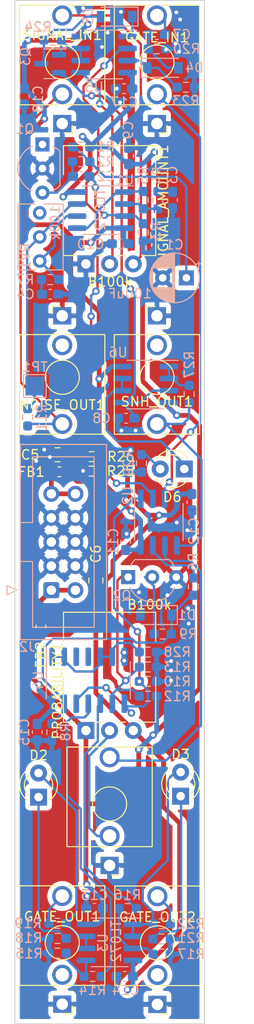
<source format=kicad_pcb>
(kicad_pcb (version 20211014) (generator pcbnew)
  (layers (0 "F.Cu" signal) (31 "B.Cu" signal) (34 "B.Paste" user) (35 "F.Paste" user) (36 "B.SilkS" user "B.Silkscreen") (37 "F.SilkS" user "F.Silkscreen") (38 "B.Mask" user) (39 "F.Mask" user) (44 "Edge.Cuts" user))
  (net 0 "")
  (net 1 "GND")
  (net 2 "Net-(C1-Pad1)")
  (net 3 "Net-(C2-Pad1)")
  (net 4 "Net-(C2-Pad2)")
  (net 5 "Net-(C3-Pad2)")
  (net 6 "Net-(C4-Pad2)")
  (net 7 "+12V")
  (net 8 "-12V")
  (net 9 "Net-(D1-Pad1)")
  (net 10 "GATE_OUT1")
  (net 11 "Net-(D2-Pad1)")
  (net 12 "Net-(D3-Pad1)")
  (net 13 "Net-(D3-Pad2)")
  (net 14 "SNH_OUTPUT")
  (net 15 "NOISE_OUTPUT")
  (net 16 "GATE_OUT2")
  (net 17 "Net-(D6-Pad1)")
  (net 18 "Net-(FB1-Pad1)")
  (net 19 "GATE_IN")
  (net 20 "Net-(D2-Pad2)")
  (net 21 "Net-(FB2-Pad1)")
  (net 22 "Net-(D4-Pad1)")
  (net 24 "Net-(Q3-Pad1)")
  (net 25 "Net-(D6-Pad2)")
  (net 26 "VREF")
  (net 27 "Net-(R6-Pad1)")
  (net 28 "Net-(D5-Pad1)")
  (net 29 "Net-(D5-Pad2)")
  (net 30 "WHITE_NOISE")
  (net 34 "Net-(R4-Pad1)")
  (net 35 "Net-(R5-Pad1)")
  (net 36 "Net-(R14-Pad2)")
  (net 37 "Net-(PROB_IN1-PadT)")
  (net 38 "Net-(Q2-Pad2)")
  (net 39 "Net-(R7-Pad1)")
  (net 40 "Net-(R10-Pad2)")
  (net 41 "Net-(R16-Pad1)")
  (net 43 "Net-(R16-Pad2)")
  (net 44 "Net-(SIGNAL_AMOUNT1-Pad2)")
  (net 45 "Net-(R27-Pad1)")
  (net 46 "Net-(R28-Pad2)")
  (net 47 "Net-(PROBABILITY1-Pad2)")
  (net 49 "Net-(SIGNAL_AMOUNT1-Pad3)")
  (net 50 "Net-(Q2-Pad1)")
  (net 51 "Net-(R14-Pad1)")
  (net 54 "Net-(C8-Pad1)")
  (net 55 "Net-(C7-Pad2)")
  (net 56 "Net-(C7-Pad1)")
  (footprint "Resistor_SMD:R_0603_1608Metric_Pad0.98x0.95mm_HandSolder" (layer "F.Cu") (at 143.1 111.725)
    (fp_text reference "R25")
    (fp_text value "33k")
  )
  (footprint "benjiaomodular:AudioJack_3.5mm" (layer "F.Cu") (at 150 95.35)
    (fp_text reference "SNH_OUT1")
    (fp_text value "PJ-3001F" hide)
  )
  (footprint "Capacitor_SMD:C_0805_2012Metric_Pad1.18x1.45mm_HandSolder" (layer "F.Cu") (at 139.5 110 180)
    (fp_text reference "C5")
    (fp_text value "47uF")
  )
  (footprint "LED_THT:LED_D3.0mm" (layer "F.Cu") (at 152.88875 111.5 180)
    (fp_text reference "D6")
    (fp_text value "LED_Dual_Bidirectional")
  )
  (footprint "benjiaomodular:AudioJack_3.5mm" (layer "F.Cu") (at 150 75.08 180)
    (fp_text reference "GATE_IN1")
    (fp_text value "PJ-3001F" hide)
  )
  (footprint "LED_THT:LED_D3.0mm" (layer "F.Cu") (at 152.5 146 90)
    (fp_text reference "D3")
    (fp_text value "LED")
  )
  (footprint "benjiaomodular:Potentiometer_RV09_NoBracket" (layer "F.Cu") (at 142.5 139.075 90)
    (fp_text reference "PROBABILITY1")
    (fp_text value "B100k")
  )
  (footprint "LED_THT:LED_D3.0mm" (layer "F.Cu") (at 137.5 146.1 90)
    (fp_text reference "D2")
    (fp_text value "LED")
  )
  (footprint "benjiaomodular:AudioJack_3.5mm" (layer "F.Cu") (at 145 153.3 180)
    (fp_text reference "PROB_IN1" hide)
    (fp_text value "PJ-3001F" hide)
  )
  (footprint "Capacitor_SMD:C_0603_1608Metric_Pad1.08x0.95mm_HandSolder" (layer "F.Cu") (at 139.7 111.8)
    (fp_text reference "FB1")
    (fp_text value "742792664")
  )
  (footprint "Capacitor_SMD:C_0805_2012Metric_Pad1.18x1.45mm_HandSolder" (layer "F.Cu") (at 143.55 123.25 -90)
    (fp_text reference "C6")
    (fp_text value "47uF")
  )
  (footprint "benjiaomodular:AudioJack_3.5mm" (layer "F.Cu") (at 150.05 167.95 180)
    (fp_text reference "GATE_OUT2")
    (fp_text value "PJ-3001F" hide)
  )
  (footprint "benjiaomodular:AudioJack_3.5mm" (layer "F.Cu") (at 140 75.08 180)
    (fp_text reference "SIGNAL_IN1")
    (fp_text value "PJ-3001F" hide)
  )
  (footprint "Resistor_SMD:R_0603_1608Metric_Pad0.98x0.95mm_HandSolder" (layer "F.Cu") (at 143.1 110.2 180)
    (fp_text reference "R26")
    (fp_text value "100k")
  )
  (footprint "benjiaomodular:AudioJack_3.5mm" (layer "F.Cu") (at 140 95.35)
    (fp_text reference "NOISE_OUT1")
    (fp_text value "PJ-3001F" hide)
  )
  (footprint "Capacitor_SMD:C_0603_1608Metric_Pad1.08x0.95mm_HandSolder" (layer "F.Cu") (at 137.75 128.1 -90)
    (fp_text reference "FB2")
    (fp_text value "742792664")
  )
  (footprint "benjiaomodular:Potentiometer_RV09_NoBracket" (layer "F.Cu") (at 142.5 89.875 90)
    (fp_text reference "SIGNAL_AMOUNT1")
    (fp_text value "B100k")
  )
  (footprint "benjiaomodular:AudioJack_3.5mm" (layer "F.Cu") (at 140 167.93 180)
    (fp_text reference "GATE_OUT1")
    (fp_text value "PJ-3001F" hide)
  )
  (footprint "Capacitor_SMD:C_0603_1608Metric_Pad1.08x0.95mm_HandSolder" (layer "B.Cu") (at 146.525 71.4)
    (fp_text reference "C17")
    (fp_text value "100nF")
  )
  (footprint "Capacitor_SMD:C_0603_1608Metric_Pad1.08x0.95mm_HandSolder" (layer "B.Cu") (at 138.725 93.075 180)
    (fp_text reference "C4")
    (fp_text value "220nF")
  )
  (footprint "Resistor_SMD:R_0603_1608Metric_Pad0.98x0.95mm_HandSolder" (layer "B.Cu") (at 150.5 159.45)
    (fp_text reference "R22")
    (fp_text value "1k")
  )
  (footprint "Capacitor_SMD:C_0603_1608Metric_Pad1.08x0.95mm_HandSolder" (layer "B.Cu") (at 142 80.65)
    (fp_text reference "C2")
    (fp_text value "10nF")
  )
  (footprint "Resistor_SMD:R_0603_1608Metric_Pad0.98x0.95mm_HandSolder" (layer "B.Cu") (at 149.05 132.375 180)
    (fp_text reference "R13")
    (fp_text value "10k")
  )
  (footprint "Package_SO:SOIC-8_3.9x4.9mm_P1.27mm" (layer "B.Cu") (at 144.05 84.2 180)
    (fp_text reference "U1")
    (fp_text value "TL072")
  )
  (footprint "Package_SO:SOIC-8_3.9x4.9mm_P1.27mm" (layer "B.Cu") (at 145 161.415 180)
    (fp_text reference "U3")
    (fp_text value "TL072")
  )
  (footprint "Resistor_SMD:R_0603_1608Metric_Pad0.98x0.95mm_HandSolder" (layer "B.Cu") (at 149.05 133.9 180)
    (fp_text reference "R10")
    (fp_text value "10k")
  )
  (footprint "Connector_IDC:IDC-Header_2x05_P2.54mm_Vertical" (layer "B.Cu") (at 138.8475 124.28)
    (fp_text reference "J2")
    (fp_text value "IDC_2x05")
  )
  (footprint "Capacitor_SMD:C_0603_1608Metric_Pad1.08x0.95mm_HandSolder" (layer "B.Cu") (at 146.7 119.175 -90)
    (fp_text reference "C11")
    (fp_text value "100nF")
  )
  (footprint "Resistor_SMD:R_0603_1608Metric_Pad0.98x0.95mm_HandSolder" (layer "B.Cu") (at 150.1 83.15 90)
    (fp_text reference "R4")
    (fp_text value "2.2k")
  )
  (footprint "Resistor_SMD:R_0603_1608Metric_Pad0.98x0.95mm_HandSolder" (layer "B.Cu") (at 139.5 162.55)
    (fp_text reference "R15")
    (fp_text value "10k")
  )
  (footprint "Package_SO:SOIC-14_3.9x8.7mm_P1.27mm" (layer "B.Cu") (at 142.75 133.775 -90)
    (fp_text reference "U4")
    (fp_text value "4081")
  )
  (footprint "Resistor_SMD:R_0603_1608Metric_Pad0.98x0.95mm_HandSolder" (layer "B.Cu") (at 153.05 71.25)
    (fp_text reference "R23")
    (fp_text value "100k")
  )
  (footprint "Capacitor_SMD:C_0603_1608Metric_Pad1.08x0.95mm_HandSolder" (layer "B.Cu") (at 146.6 165 180)
    (fp_text reference "C14")
    (fp_text value "100nF")
  )
  (footprint "Diode_SMD:D_SOD-123" (layer "B.Cu") (at 145.75 63.8 180)
    (fp_text reference "D5")
    (fp_text value "1N4148W")
  )
  (footprint "Resistor_SMD:R_0603_1608Metric_Pad0.98x0.95mm_HandSolder" (layer "B.Cu") (at 138.9 139.25 90)
    (fp_text reference "R8")
    (fp_text value "10k")
  )
  (footprint "Resistor_SMD:R_0603_1608Metric_Pad0.98x0.95mm_HandSolder" (layer "B.Cu") (at 139.5 159.4 180)
    (fp_text reference "R19")
    (fp_text value "1k")
  )
  (footprint "Diode_SMD:D_SOD-123" (layer "B.Cu") (at 149.9 126.9 180)
    (fp_text reference "D1")
    (fp_text value "1N4148W")
  )
  (footprint "Capacitor_SMD:C_0603_1608Metric_Pad1.08x0.95mm_HandSolder" (layer "B.Cu") (at 137.35 139.25 90)
    (fp_text reference "C15")
    (fp_text value "100nF")
  )
  (footprint "Package_TO_SOT_SMD:SOT-23" (layer "B.Cu") (at 138.725 68.775 180)
    (fp_text reference "Q3")
    (fp_text value "MMBFJ113")
  )
  (footprint "Capacitor_SMD:C_0603_1608Metric_Pad1.08x0.95mm_HandSolder" (layer "B.Cu") (at 151.65 83.15 90)
    (fp_text reference "C3")
    (fp_text value "220nF")
  )
  (footprint "benjiaomodular:Capacitor_Radial_D5.0mm_P2.5mm" (layer "B.Cu") (at 153.105113 91.35 180)
    (fp_text reference "C1")
    (fp_text value "100uF")
  )
  (footprint "Resistor_SMD:R_0603_1608Metric_Pad0.98x0.95mm_HandSolder" (layer "B.Cu") (at 153.4 103.6 -90)
    (fp_text reference "R27")
    (fp_text value "1k")
  )
  (footprint "Resistor_SMD:R_0603_1608Metric_Pad0.98x0.95mm_HandSolder" (layer "B.Cu") (at 142 79.1 180)
    (fp_text reference "R2")
    (fp_text value "100k")
  )
  (footprint "Package_SO:SOIC-8_3.9x4.9mm_P1.27mm" (layer "B.Cu") (at 144.425 67.8 180)
    (fp_text reference "U5")
    (fp_text value "TL072")
  )
  (footprint "Resistor_SMD:R_0603_1608Metric_Pad0.98x0.95mm_HandSolder" (layer "B.Cu") (at 143.2 165 180)
    (fp_text reference "R14")
    (fp_text value "10k")
  )
  (footprint "Resistor_SMD:R_0603_1608Metric_Pad0.98x0.95mm_HandSolder" (layer "B.Cu") (at 149.9875 67.2)
    (fp_text reference "R20")
    (fp_text value "100k")
  )
  (footprint "Resistor_SMD:R_0603_1608Metric_Pad0.98x0.95mm_HandSolder" (layer "B.Cu") (at 148.36375 110.9 90)
    (fp_text reference "R29")
    (fp_text value "1k")
  )
  (footprint "Resistor_SMD:R_0603_1608Metric_Pad0.98x0.95mm_HandSolder" (layer "B.Cu") (at 150.6 128.9)
    (fp_text reference "R9")
    (fp_text value "10k")
  )
  (footprint "Capacitor_SMD:C_0603_1608Metric_Pad1.08x0.95mm_HandSolder" (layer "B.Cu") (at 146.75 106.15 180)
    (fp_text reference "C8")
    (fp_text value "100nF")
  )
  (footprint "TestPoint:TestPoint_Pad_2.0x2.0mm" (layer "B.Cu") (at 137.1 102.75 180)
    (fp_text reference "TP1")
    (fp_text value "TP_10Vpp")
  )
  (footprint "Resistor_SMD:R_0603_1608Metric_Pad0.98x0.95mm_HandSolder" (layer "B.Cu") (at 148.55 83.15 -90)
    (fp_text reference "R5")
    (fp_text value "100k")
  )
  (footprint "Capacitor_SMD:C_0603_1608Metric_Pad1.08x0.95mm_HandSolder" (layer "B.Cu") (at 153.7 115 -90)
    (fp_text reference "C12")
    (fp_text value "100nF")
  )
  (footprint "Capacitor_SMD:C_0603_1608Metric_Pad1.08x0.95mm_HandSolder" (layer "B.Cu") (at 136 72.2 -90)
    (fp_text reference "C18")
    (fp_text value "100nF")
  )
  (footprint "Resistor_SMD:R_0603_1608Metric_Pad0.98x0.95mm_HandSolder" (layer "B.Cu") (at 142 77.55 180)
    (fp_text reference "R1")
    (fp_text value "4.7k")
  )
  (footprint "Package_SO:SOIC-8_3.9x4.9mm_P1.27mm" (layer "B.Cu") (at 148.8 102.6 180)
    (fp_text reference "U6")
    (fp_text value "TL072")
  )
  (footprint "Resistor_SMD:R_0603_1608Metric_Pad0.98x0.95mm_HandSolder" (layer "B.Cu") (at 150.5 161.05 180)
    (fp_text reference "R21")
    (fp_text value "10k")
  )
  (footprint "Package_TO_SOT_THT:TO-92_Inline_Wide" (layer "B.Cu") (at 137.91 77.28 -90)
    (fp_text reference "Q1")
    (fp_text value "BC548")
  )
  (footprint "Resistor_SMD:R_0603_1608Metric_Pad0.98x0.95mm_HandSolder" (layer "B.Cu") (at 148.55 86.55 -90)
    (fp_text reference "R3")
    (fp_text value "100k")
  )
  (footprint "Potentiometer_THT:Potentiometer_Bourns_3266Y_Vertical" (layer "B.Cu") (at 137.625 89.575 -90)
    (fp_text reference "RV1")
    (fp_text value "100k")
  )
  (footprint "Resistor_SMD:R_0603_1608Metric_Pad0.98x0.95mm_HandSolder" (layer "B.Cu") (at 138.725 91.525 180)
    (fp_text reference "R7")
    (fp_text value "2.2k")
  )
  (footprint "Resistor_SMD:R_0603_1608Metric_Pad0.98x0.95mm_HandSolder" (layer "B.Cu") (at 146.9 157.85 180)
    (fp_text reference "R16")
    (fp_text value "10k")
  )
  (footprint "Capacitor_SMD:C_0603_1608Metric_Pad1.08x0.95mm_HandSolder" (layer "B.Cu") (at 146.1 87.75 180)
    (fp_text reference "C10")
    (fp_text value "100nF")
  )
  (footprint "Package_TO_SOT_THT:TO-92_Inline_Wide" (layer "B.Cu") (at 146.96 122.9)
    (fp_text reference "Q2")
    (fp_text value "BC549")
  )
  (footprint "Capacitor_SMD:C_0603_1608Metric_Pad1.08x0.95mm_HandSolder" (layer "B.Cu") (at 147 78.5 -90)
    (fp_text reference "C9")
    (fp_text value "100nF")
  )
  (footprint "Resistor_SMD:R_0603_1608Metric_Pad0.98x0.95mm_HandSolder" (layer "B.Cu") (at 150.5 162.65 180)
    (fp_text reference "R17")
    (fp_text value "10k")
  )
  (footprint "Resistor_SMD:R_0603_1608Metric_Pad0.98x0.95mm_HandSolder" (layer "B.Cu") (at 138.975 66.275 180)
    (fp_text reference "R24")
    (fp_text value "1M")
  )
  (footprint "Resistor_SMD:R_0603_1608Metric_Pad0.98x0.95mm_HandSolder" (layer "B.Cu") (at 149.05 130.8 180)
    (fp_text reference "R28")
    (fp_text value "10k")
  )
  (footprint "Resistor_SMD:R_0603_1608Metric_Pad0.98x0.95mm_HandSolder" (layer "B.Cu") (at 136.35 106.05 -90)
    (fp_text reference "R11")
    (fp_text value "1k")
  )
  (footprint "Resistor_SMD:R_0603_1608Metric_Pad0.98x0.95mm_HandSolder" (layer "B.Cu") (at 153.85 123.9 -90)
    (fp_text reference "R6")
    (fp_text value "1k")
  )
  (footprint "Diode_SMD:D_SOD-123" (layer "B.Cu") (at 150.625 69.2)
    (fp_text reference "D4")
    (fp_text value "1N4148W")
  )
  (footprint "Capacitor_SMD:C_0603_1608Metric_Pad1.08x0.95mm_HandSolder" (layer "B.Cu") (at 149.9875 65.7 180)
    (fp_text reference "C7")
    (fp_text value "10nF")
  )
  (footprint "Package_SO:SOIC-8_3.9x4.9mm_P1.27mm" (layer "B.Cu") (at 150.2 117.1 -90)
    (fp_text reference "U2")
    (fp_text value "TL072")
  )
  (footprint "Resistor_SMD:R_0603_1608Metric_Pad0.98x0.95mm_HandSolder" (layer "B.Cu") (at 139.5 161)
    (fp_text reference "R18")
    (fp_text value "10k")
  )
  (footprint "Resistor_SMD:R_0603_1608Metric_Pad0.98x0.95mm_HandSolder" (layer "B.Cu") (at 149.05 135.45)
    (fp_text reference "R12")
    (fp_text value "1k")
  )
  (footprint "Capacitor_SMD:C_0603_1608Metric_Pad1.08x0.95mm_HandSolder" (layer "B.Cu") (at 143.4 157.825)
    (fp_text reference "C13")
    (fp_text value "100nF")
  )
  (gr_line (start 155 62.1) (end 155 170) (layer "Edge.Cuts") (width 0.1))
  (gr_line (start 155 170) (end 135 170) (layer "Edge.Cuts") (width 0.1))
  (gr_line (start 135 170) (end 135 62.1) (layer "Edge.Cuts") (width 0.1))
  (gr_line (start 135 62.1) (end 155 62.1) (layer "Edge.Cuts") (width 0.1))
  (via (at 146.55 130.85) (size 0.8) (drill 0.4) (layers "F.Cu" "B.Cu") (net 1))
  (via (at 153.2 117.95) (size 0.8) (drill 0.4) (layers "F.Cu" "B.Cu") (net 1))
  (via (at 145.75 71.4) (size 0.8) (drill 0.4) (layers "F.Cu" "B.Cu") (net 1))
  (via (at 151.5 132.75) (size 0.8) (drill 0.4) (layers "F.Cu" "B.Cu") (net 1))
  (via (at 142.2 111.7) (size 0.8) (drill 0.4) (layers "F.Cu" "B.Cu") (net 1))
  (via (at 142.619168 156.530832) (size 0.8) (drill 0.4) (layers "F.Cu" "B.Cu") (net 1))
  (via (at 138.7 110.25) (size 0.8) (drill 0.4) (layers "F.Cu" "B.Cu") (net 1))
  (via (at 151.1 124.8) (size 0.8) (drill 0.4) (layers "F.Cu" "B.Cu") (net 1))
  (via (at 147.2 109.5) (size 0.8) (drill 0.4) (layers "F.Cu" "B.Cu") (net 1))
  (via (at 148.1 124.5) (size 0.8) (drill 0.4) (layers "F.Cu" "B.Cu") (net 1))
  (via (at 151.5 133.8) (size 0.8) (drill 0.4) (layers "F.Cu" "B.Cu") (net 1))
  (via (at 142.2 62.9) (size 0.8) (drill 0.4) (layers "F.Cu" "B.Cu") (net 1))
  (via (at 150.95 67.3) (size 0.8) (drill 0.4) (layers "F.Cu" "B.Cu") (net 1))
  (via (at 146.1 72.85) (size 0.8) (drill 0.4) (layers "F.Cu" "B.Cu") (net 1))
  (via (at 146.55 131.7) (size 0.8) (drill 0.4) (layers "F.Cu" "B.Cu") (net 1))
  (via (at 146.8005 118.338363) (size 0.8) (drill 0.4) (layers "F.Cu" "B.Cu") (net 1))
  (via (at 144.2 67) (size 0.8) (drill 0.4) (layers "F.Cu" "B.Cu") (net 1))
  (via (at 152.1 117.15) (size 0.8) (drill 0.4) (layers "F.Cu" "B.Cu") (net 1))
  (via (at 144.8 65.5) (size 0.8) (drill 0.4) (layers "F.Cu" "B.Cu") (net 1))
  (via (at 151.5 131.75) (size 0.8) (drill 0.4) (layers "F.Cu" "B.Cu") (net 1))
  (via (at 153.348882 127.805446) (size 0.8) (drill 0.4) (layers "F.Cu" "B.Cu") (net 1))
  (via (at 138.1 109.45) (size 0.8) (drill 0.4) (layers "F.Cu" "B.Cu") (net 1))
  (via (at 152.05 63.35) (size 0.8) (drill 0.4) (layers "F.Cu" "B.Cu") (net 1))
  (via (at 137.25 110.65) (size 0.8) (drill 0.4) (layers "F.Cu" "B.Cu") (net 1))
  (via (at 146.25 107.45) (size 0.8) (drill 0.4) (layers "F.Cu" "B.Cu") (net 1))
  (via (at 151.95 66.65) (size 0.8) (drill 0.4) (layers "F.Cu" "B.Cu") (net 1))
  (via (at 146.2 63.3) (size 0.8) (drill 0.4) (layers "F.Cu" "B.Cu") (net 1))
  (via (at 153.287299 126.187299) (size 0.8) (drill 0.4) (layers "F.Cu" "B.Cu") (net 1))
  (via (at 152.45 64.1) (size 0.8) (drill 0.4) (layers "F.Cu" "B.Cu") (net 1))
  (via (at 152.35 67.5) (size 0.8) (drill 0.4) (layers "F.Cu" "B.Cu") (net 1))
  (via (at 147.75 107.45) (size 0.8) (drill 0.4) (layers "F.Cu" "B.Cu") (net 1))
  (segment (start 144.625 87.75) (end 142.5 89.875) (width 0.5) (layer "B.Cu") (net 1))
  (segment (start 145.2375 87.75) (end 144.625 87.75) (width 0.5) (layer "B.Cu") (net 1))
  (segment (start 141.0875 77.55) (end 141.3625 77.55) (width 0.25) (layer "B.Cu") (net 2))
  (segment (start 141.3625 77.55) (end 142.9125 79.1) (width 0.25) (layer "B.Cu") (net 2))
  (segment (start 153.1 91.344887) (end 153.105113 91.35) (width 0.25) (layer "B.Cu") (net 2))
  (segment (start 144.5125 80.7) (end 152.1 80.7) (width 0.25) (layer "B.Cu") (net 2))
  (segment (start 153.1 81.7) (end 153.1 91.344887) (width 0.25) (layer "B.Cu") (net 2))
  (segment (start 142.9125 79.1) (end 144.5125 80.7) (width 0.25) (layer "B.Cu") (net 2))
  (segment (start 152.1 80.7) (end 153.1 81.7) (width 0.25) (layer "B.Cu") (net 2))
  (segment (start 139.4275 82.36) (end 137.91 82.36) (width 0.25) (layer "B.Cu") (net 3))
  (segment (start 141.1375 80.65) (end 139.4275 82.36) (width 0.25) (layer "B.Cu") (net 3))
  (segment (start 141.0875 80.6) (end 141.1375 80.65) (width 0.25) (layer "B.Cu") (net 3))
  (segment (start 141.0875 79.1) (end 141.0875 80.6) (width 0.25) (layer "B.Cu") (net 3))
  (segment (start 143.5 81.8) (end 143.5 83.786511) (width 0.25) (layer "F.Cu") (net 4))
  (segment (start 143.5 83.786511) (end 144.4495 84.736011) (width 0.25) (layer "F.Cu") (net 4))
  (via (at 144.4495 84.736011) (size 0.8) (drill 0.4) (layers "F.Cu" "B.Cu") (net 4))
  (via (at 143.5 81.8) (size 0.8) (drill 0.4) (layers "F.Cu" "B.Cu") (net 4))
  (segment (start 143.5 81.2875) (end 142.8625 80.65) (width 0.25) (layer "B.Cu") (net 4))
  (segment (start 146.04926 84.736011) (end 144.4495 84.736011) (width 0.25) (layer "B.Cu") (net 4))
  (segment (start 147.7475 84.835) (end 148.55 85.6375) (width 0.25) (layer "B.Cu") (net 4))
  (segment (start 143.5 81.8) (end 143.5 81.2875) (width 0.25) (layer "B.Cu") (net 4))
  (segment (start 146.525 84.835) (end 146.148249 84.835) (width 0.25) (layer "B.Cu") (net 4))
  (segment (start 146.148249 84.835) (end 146.04926 84.736011) (width 0.25) (layer "B.Cu") (net 4))
  (segment (start 146.525 84.835) (end 147.7475 84.835) (width 0.25) (layer "B.Cu") (net 4))
  (segment (start 150.1 82.2375) (end 151.6 82.2375) (width 0.25) (layer "B.Cu") (net 5))
  (segment (start 151.6 82.2375) (end 151.65 82.2875) (width 0.25) (layer "B.Cu") (net 5))
  (segment (start 137.8125 91.525) (end 137.8125 93.025) (width 0.25) (layer "B.Cu") (net 6))
  (segment (start 137.8125 93.025) (end 137.8625 93.075) (width 0.25) (layer "B.Cu") (net 6))
  (segment (start 153.4 105.85) (end 154.5 106.95) (width 0.5) (layer "F.Cu") (net 7))
  (segment (start 152.1 105.85) (end 153.4 105.85) (width 0.5) (layer "F.Cu") (net 7))
  (segment (start 142.5 139.075) (end 137.660939 134.235939) (width 0.5) (layer "F.Cu") (net 7))
  (segment (start 138.9375 108.4) (end 137.3 108.4) (width 0.5) (layer "F.Cu") (net 7))
  (segment (start 140.5375 110) (end 141.9875 110) (width 0.5) (layer "F.Cu") (net 7))
  (segment (start 140.5375 110) (end 138.9375 108.4) (width 0.5) (layer "F.Cu") (net 7))
  (segment (start 142.5 146.8) (end 142.5 155.210288) (width 0.5) (layer "F.Cu") (net 7))
  (segment (start 152.1 105.85) (end 148.485 102.235) (width 0.5) (layer "F.Cu") (net 7))
  (segment (start 148.485 102.235) (end 148.485 91.515) (width 0.5) (layer "F.Cu") (net 7))
  (segment (start 140.1 82.8) (end 142.95 79.95) (width 0.5) (layer "F.Cu") (net 7))
  (segment (start 141.9875 110) (end 142.1875 110.2) (width 0.5) (layer "F.Cu") (net 7))
  (segment (start 142.5 146.8) (end 144.15 146.8) (width 0.5) (layer "F.Cu") (net 7))
  (segment (start 142.95 77.25) (end 142.15 76.45) (width 0.5) (layer "F.Cu") (net 7))
  (segment (start 144.15 146.8) (end 148.075 142.875) (width 0.5) (layer "F.Cu") (net 7))
  (segment (start 140.5375 110) (end 140.5375 111.775) (width 0.5) (layer "F.Cu") (net 7))
  (segment (start 149.15 90.85) (end 149.15 78.68246) (width 0.5) (layer "F.Cu") (net 7))
  (segment (start 147.275 115.925) (end 147.3 115.925) (width 0.5) (layer "F.Cu") (net 7))
  (segment (start 148.485 91.515) (end 149.15 90.85) (width 0.5) (layer "F.Cu") (net 7))
  (segment (start 148.075 142.875) (end 148.075 141.075) (width 0.5) (layer "F.Cu") (net 7))
  (segment (start 142.95 79.95) (end 142.95 77.25) (width 0.5) (layer "F.Cu") (net 7))
  (segment (start 144.15 112.8) (end 147.275 115.925) (width 0.5) (layer "F.Cu") (net 7))
  (segment (start 136.3 109.4) (end 136.3 132.987848) (width 0.5) (layer "F.Cu") (net 7))
  (segment (start 149.15 78.68246) (end 149.729616 78.102844) (width 0.5) (layer "F.Cu") (net 7))
  (segment (start 140.5625 111.8) (end 141.5625 112.8) (width 0.5) (layer "F.Cu") (net 7))
  (segment (start 141.5625 112.8) (end 144.15 112.8) (width 0.5) (layer "F.Cu") (net 7))
  (segment (start 137.660939 134.235939) (end 137.548091 134.235939) (width 0.5) (layer "F.Cu") (net 7))
  (segment (start 142.5 139.075) (end 142.5 146.8) (width 0.5) (layer "F.Cu") (net 7))
  (segment (start 140.5375 111.775) (end 140.5625 111.8) (width 0.5) (layer "F.Cu") (net 7))
  (segment (start 154.5 134.65) (end 149.6 139.55) (width 0.5) (layer "F.Cu") (net 7))
  (segment (start 142.5 155.210288) (end 142.585255 155.295543) (width 0.5) (layer "F.Cu") (net 7))
  (segment (start 154.5 106.95) (end 154.5 134.65) (width 0.5) (layer "F.Cu") (net 7))
  (segment (start 137.3 108.4) (end 136.3 109.4) (width 0.5) (layer "F.Cu") (net 7))
  (segment (start 136.3 132.987848) (end 137.548091 134.235939) (width 0.5) (layer "F.Cu") (net 7))
  (via (at 142.15 76.45) (size 0.8) (drill 0.4) (layers "F.Cu" "B.Cu") (net 7))
  (via (at 149.6 139.55) (size 0.8) (drill 0.4) (layers "F.Cu" "B.Cu") (net 7))
  (via (at 152.1 105.85) (size 0.8) (drill 0.4) (layers "F.Cu" "B.Cu") (net 7))
  (via (at 147.3 115.925) (size 0.8) (drill 0.4) (layers "F.Cu" "B.Cu") (net 7))
  (via (at 137.548091 134.235939) (size 0.8) (drill 0.4) (layers "F.Cu" "B.Cu") (net 7))
  (via (at 142.585255 155.295543) (size 0.8) (drill 0.4) (layers "F.Cu" "B.Cu") (net 7))
  (via (at 148.075 141.075) (size 0.8) (drill 0.4) (layers "F.Cu" "B.Cu") (net 7))
  (via (at 140.1 82.8) (size 0.8) (drill 0.4) (layers "F.Cu" "B.Cu") (net 7))
  (via (at 149.729616 78.102844) (size 0.8) (drill 0.4) (layers "F.Cu" "B.Cu") (net 7))
  (segment (start 147.8325 120.0375) (end 148.275 119.595) (width 0.5) (layer "B.Cu") (net 7))
  (segment (start 147.4 71.3875) (end 147.3875 71.4) (width 0.5) (layer "B.Cu") (net 7))
  (segment (start 138.94 136.25) (end 137.548091 134.858091) (width 0.5) (layer "B.Cu") (net 7))
  (segment (start 142.9125 77.2125) (end 142.15 76.45) (width 0.5) (layer "B.Cu") (net 7))
  (segment (start 147.4 70.205) (end 147.4 71.3875) (width 0.5) (layer "B.Cu") (net 7))
  (segment (start 142.9125 77.55) (end 142.925 77.55) (width 0.5) (layer "B.Cu") (net 7))
  (segment (start 138.94 136.7975) (end 137.35 138.3875) (width 0.5) (layer "B.Cu") (net 7))
  (segment (start 146.8625 79.3625) (end 147 79.3625) (width 0.5) (layer "B.Cu") (net 7))
  (segment (start 146.7 120.0375) (end 147.8325 120.0375) (width 0.5) (layer "B.Cu") (net 7))
  (segment (start 147 79.3625) (end 148.4875 79.3625) (width 0.5) (layer "B.Cu") (net 7))
  (segment (start 144.2625 158.9375) (end 144.2625 156.972788) (width 0.5) (layer "B.Cu") (net 7))
  (segment (start 144.2625 156.972788) (end 142.585255 155.295543) (width 0.5) (layer "B.Cu") (net 7))
  (segment (start 142.525 159.51) (end 143.69 159.51) (width 0.5) (layer "B.Cu") (net 7))
  (segment (start 138.94 136.25) (end 138.94 136.7975) (width 0.5) (layer "B.Cu") (net 7))
  (segment (start 146.9 69.705) (end 147.4 70.205) (width 0.5) (layer "B.Cu") (net 7))
  (segment (start 148.4875 79.3625) (end 149.729616 78.120384) (width 0.5) (layer "B.Cu") (net 7))
  (segment (start 151.275 104.505) (end 151.275 105.025) (width 0.5) (layer "B.Cu") (net 7))
  (segment (start 149.6 139.55) (end 148.075 141.075) (width 0.5) (layer "B.Cu") (net 7))
  (segment (start 140.605 82.295) (end 141.575 82.295) (width 0.5) (layer "B.Cu") (net 7))
  (segment (start 140.1 82.8) (end 140.605 82.295) (width 0.5) (layer "B.Cu") (net 7))
  (segment (start 148.275 119.595) (end 148.275 116.9) (width 0.5) (layer "B.Cu") (net 7))
  (segment (start 142.925 77.55) (end 147.3875 73.0875) (width 0.5) (layer "B.Cu") (net 7))
  (segment (start 147.3875 73.0875) (end 147.3875 71.4) (width 0.5) (layer "B.Cu") (net 7))
  (segment (start 149.9625 139.1875) (end 149.6 139.55) (width 0.5) (layer "B.Cu") (net 7))
  (segment (start 142.9125 77.55) (end 145.05 77.55) (width 0.5) (layer "B.Cu") (net 7))
  (segment (start 147.8325 120.0375) (end 148.295 119.575) (width 0.5) (layer "B.Cu") (net 7))
  (segment (start 151.275 105.025) (end 152.1 105.85) (width 0.5) (layer "B.Cu") (net 7))
  (segment (start 142.9125 77.55) (end 142.9125 77.2125) (width 0.5) (layer "B.Cu") (net 7))
  (segment (start 137.548091 134.858091) (end 137.548091 134.235939) (width 0.5) (layer "B.Cu") (net 7))
  (segment (start 149.9625 135.45) (end 149.9625 139.1875) (width 0.5) (layer "B.Cu") (net 7))
  (segment (start 143.69 159.51) (end 144.2625 158.9375) (width 0.5) (layer "B.Cu") (net 7))
  (segment (start 148.275 116.9) (end 147.3 115.925) (width 0.5) (layer "B.Cu") (net 7))
  (segment (start 149.729616 78.120384) (end 149.729616 78.102844) (width 0.5) (layer "B.Cu") (net 7))
  (segment (start 145.05 77.55) (end 146.8625 79.3625) (width 0.5) (layer "B.Cu") (net 7))
  (segment (start 143.9 107.9) (end 146.9 110.9) (width 0.5) (layer "F.Cu") (net 8))
  (segment (start 143.55 126.15) (end 143.55 124.2875) (width 0.5) (layer "F.Cu") (net 8))
  (segment (start 145.35 121.2) (end 150.175 116.375) (width 0.5) (layer "F.Cu") (net 8))
  (segment (start 143.55 135.125) (end 147.5 139.075) (width 0.5) (layer "F.Cu") (net 8))
  (segment (start 147.5 139.075) (end 150.7 142.275) (width 0.5) (layer "F.Cu") (net 8))
  (segment (start 137.75 128.9625) (end 140.7375 128.9625) (width 0.5) (layer "F.Cu") (net 8))
  (segment (start 140.9 88.775) (end 140.9 91.95) (width 0.5) (layer "F.Cu") (net 8))
  (segment (start 140.9 88.775) (end 140.9 86.95) (width 0.5) (layer "F.Cu") (net 8))
  (segment (start 143.9 102) (end 143.9 107.9) (width 0.5) (layer "F.Cu") (net 8))
  (segment (start 140.9 86.95) (end 139.7 85.75) (width 0.5) (layer "F.Cu") (net 8))
  (segment (start 136.2 85.05) (end 136.2 76.474598) (width 0.5) (layer "F.Cu") (net 8))
  (segment (start 140.7375 128.9625) (end 143.55 126.15) (width 0.5) (layer "F.Cu") (net 8))
  (segment (start 150.7 147.15) (end 152.4 148.85) (width 0.5) (layer "F.Cu") (net 8))
  (segment (start 143.55 124.2875) (end 145.35 122.4875) (width 0.5) (layer "F.Cu") (net 8))
  (segment (start 142.037115 87.637885) (end 143.0005 87.637885) (width 0.5) (layer "F.Cu") (net 8))
  (segment (start 136.4 66.3) (end 141.024598 66.3) (width 0.5) (layer "F.Cu") (net 8))
  (segment (start 150.175 116.375) (end 150.225 116.375) (width 0.5) (layer "F.Cu") (net 8))
  (segment (start 152.4 148.85) (end 152.4 160.357466) (width 0.5) (layer "F.Cu") (net 8))
  (segment (start 140.9 88.775) (end 142.037115 87.637885) (width 0.5) (layer "F.Cu") (net 8))
  (segment (start 139.7 85.75) (end 136.9 85.75) (width 0.5) (layer "F.Cu") (net 8))
  (segment (start 143.9 94.95) (end 143.9 102) (width 0.5) (layer "F.Cu") (net 8))
  (segment (start 136.2 76.474598) (end 138.112299 74.562299) (width 0.5) (layer "F.Cu") (net 8))
  (segment (start 146.9 110.9) (end 146.9 114.25) (width 0.5) (layer "F.Cu") (net 8))
  (segment (start 146.9 165.857466) (end 146.9 166.4) (width 0.5) (layer "F.Cu") (net 8))
  (segment (start 143.55 124.2875) (end 143.55 135.125) (width 0.5) (layer "F.Cu") (net 8))
  (segment (start 140.9 91.95) (end 143.9 94.95) (width 0.5) (layer "F.Cu") (net 8))
  (segment (start 150.7 142.275) (end 150.7 147.15) (width 0.5) (layer "F.Cu") (net 8))
  (segment (start 152.4 160.357466) (end 146.9 165.857466) (width 0.5) (layer "F.Cu") (net 8))
  (segment (start 136.9 85.75) (end 136.2 85.05) (width 0.5) (layer "F.Cu") (net 8))
  (segment (start 141.024598 66.3) (end 142.712299 64.612299) (width 0.5) (layer "F.Cu") (net 8))
  (segment (start 149.025 116.375) (end 150.225 116.375) (width 0.5) (layer "F.Cu") (net 8))
  (segment (start 146.9 114.25) (end 149.025 116.375) (width 0.5) (layer "F.Cu") (net 8))
  (segment (start 145.35 122.4875) (end 145.35 121.2) (width 0.5) (layer "F.Cu") (net 8))
  (via (at 150.225 116.375) (size 0.8) (drill 0.4) (layers "F.Cu" "B.Cu") (net 8))
  (via (at 138.112299 74.562299) (size 0.8) (drill 0.4) (layers "F.Cu" "B.Cu") (net 8))
  (via (at 143.9 102) (size 0.8) (drill 0.4) (layers "F.Cu" "B.Cu") (net 8))
  (via (at 136.4 66.3) (size 0.8) (drill 0.4) (layers "F.Cu" "B.Cu") (net 8))
  (via (at 142.712299 64.612299) (size 0.8) (drill 0.4) (layers "F.Cu" "B.Cu") (net 8))
  (via (at 143.0005 87.637885) (size 0.8) (drill 0.4) (layers "F.Cu" "B.Cu") (net 8))
  (via (at 146.9 166.4) (size 0.8) (drill 0.4) (layers "F.Cu" "B.Cu") (net 8))
  (segment (start 153.7 114.1375) (end 152.5925 114.1375) (width 0.5) (layer "B.Cu") (net 8))
  (segment (start 136 71.3375) (end 138.112299 73.449799) (width 0.5) (layer "B.Cu") (net 8))
  (segment (start 152.105 114.625) (end 152.105 115.695) (width 0.5) (layer "B.Cu") (net 8))
  (segment (start 136.4 66.3) (end 136 66.7) (width 0.5) (layer "B.Cu") (net 8))
  (segment (start 146.525 86.105) (end 144.533385 86.105) (width 0.5) (layer "B.Cu") (net 8))
  (segment (start 152.5925 114.1375) (end 152.105 114.625) (width 0.5) (layer "B.Cu") (net 8))
  (segment (start 146.325 100.695) (end 145.205 100.695) (width 0.5) (layer "B.Cu") (net 8))
  (segment (start 146.525 86.105) (end 146.525 87.3125) (width 0.5) (layer "B.Cu") (net 8))
  (segment (start 147.475 163.32) (end 147.475 164.9875) (width 0.5) (layer "B.Cu") (net 8))
  (segment (start 144.533385 86.105) (end 143.0005 87.637885) (width 0.5) (layer "B.Cu") (net 8))
  (segment (start 152.105 115.695) (end 151.425 116.375) (width 0.5) (layer "B.Cu") (net 8))
  (segment (start 147.475 164.9875) (end 147.4625 165) (width 0.5) (layer "B.Cu") (net 8))
  (segment (start 151.425 116.375) (end 150.225 116.375) (width 0.5) (layer "B.Cu") (net 8))
  (segment (start 141.95 65.895) (end 141.95 65.374598) (width 0.5) (layer "B.Cu") (net 8))
  (segment (start 141.95 65.374598) (end 142.712299 64.612299) (width 0.5) (layer "B.Cu") (net 8))
  (segment (start 138.112299 73.449799) (end 138.112299 74.562299) (width 0.5) (layer "B.Cu") (net 8))
  (segment (start 145.205 100.695) (end 143.9 102) (width 0.5) (layer "B.Cu") (net 8))
  (segment (start 146.525 87.3125) (end 146.9625 87.75) (width 0.5) (layer "B.Cu") (net 8))
  (segment (start 147.4625 165.8375) (end 146.9 166.4) (width 0.5) (layer "B.Cu") (net 8))
  (segment (start 136 66.7) (end 136 71.3375) (width 0.5) (layer "B.Cu") (net 8))
  (segment (start 147.4625 165) (end 147.4625 165.8375) (width 0.5) (layer "B.Cu") (net 8))
  (segment (start 139 129.4) (end 147.37319 129.4) (width 0.25) (layer "B.Cu") (net 9))
  (segment (start 153.85 124.8125) (end 153.6375 124.8125) (width 0.25) (layer "B.Cu") (net 9))
  (segment (start 140.21 137.0275) (end 138.9 138.3375) (width 0.25) (layer "B.Cu") (net 9))
  (segment (start 153.6375 124.8125) (end 151.55 126.9) (width 0.25) (layer "B.Cu") (net 9))
  (segment (start 137.95 133.613249) (end 137.95 130.45) (width 0.25) (layer "B.Cu") (net 9))
  (segment (start 140.21 135.873249) (end 137.95 133.613249) (width 0.25) (layer "B.Cu") (net 9))
  (segment (start 147.37319 129.4) (end 147.77319 129.8) (width 0.25) (layer "B.Cu") (net 9))
  (segment (start 147.77319 129.8) (end 150.6125 129.8) (width 0.25) (layer "B.Cu") (net 9))
  (segment (start 150.6125 129.8) (end 151.5125 128.9) (width 0.25) (layer "B.Cu") (net 9))
  (segment (start 151.55 128.8625) (end 151.5125 128.9) (width 0.25) (layer "B.Cu") (net 9))
  (segment (start 140.21 136.25) (end 140.21 135.873249) (width 0.25) (layer "B.Cu") (net 9))
  (segment (start 151.55 126.9) (end 151.55 128.8625) (width 0.25) (layer "B.Cu") (net 9))
  (segment (start 140.21 136.25) (end 140.21 137.0275) (width 0.25) (layer "B.Cu") (net 9))
  (segment (start 137.95 130.45) (end 139 129.4) (width 0.25) (layer "B.Cu") (net 9))
  (segment (start 138.5875 159.4) (end 138.5875 157.9425) (width 0.25) (layer "B.Cu") (net 10))
  (segment (start 138.5875 157.9425) (end 140 156.53) (width 0.25) (layer "B.Cu") (net 10))
  (segment (start 139.6125 160.2) (end 138 160.2) (width 0.25) (layer "B.Cu") (net 11))
  (segment (start 138 160.2) (end 137.5 159.7) (width 0.25) (layer "B.Cu") (net 11))
  (segment (start 137.5 159.7) (end 137.5 146.1) (width 0.25) (layer "B.Cu") (net 11))
  (segment (start 140.4125 161) (end 139.6125 160.2) (width 0.25) (layer "B.Cu") (net 11))
  (segment (start 152.55 146.05) (end 152.5 146) (width 0.25) (layer "B.Cu") (net 12))
  (segment (start 152.022747 160.25) (end 152.55 159.722747) (width 0.25) (layer "B.Cu") (net 12))
  (segment (start 150.3875 160.25) (end 152.022747 160.25) (width 0.25) (layer "B.Cu") (net 12))
  (segment (start 149.5875 161.05) (end 150.3875 160.25) (width 0.25) (layer "B.Cu") (net 12))
  (segment (start 152.55 159.722747) (end 152.55 146.05) (width 0.25) (layer "B.Cu") (net 12))
  (segment (start 151.15 152.75) (end 151.15 144.25) (width 0.25) (layer "B.Cu") (net 13))
  (segment (start 148.5 157.1) (end 148.5 155.4) (width 0.25) (layer "B.Cu") (net 13))
  (segment (start 151.94 143.46) (end 152.5 143.46) (width 0.25) (layer "B.Cu") (net 13))
  (segment (start 148.5 155.4) (end 151.15 152.75) (width 0.25) (layer "B.Cu") (net 13))
  (segment (start 149.5875 158.1875) (end 148.5 157.1) (width 0.25) (layer "B.Cu") (net 13))
  (segment (start 147.475 159.51) (end 147.475 160.78) (width 0.25) (layer "B.Cu") (net 13))
  (segment (start 151.15 144.25) (end 151.94 143.46) (width 0.25) (layer "B.Cu") (net 13))
  (segment (start 147.475 159.51) (end 149.5275 159.51) (width 0.25) (layer "B.Cu") (net 13))
  (segment (start 149.5875 159.45) (end 149.5875 158.1875) (width 0.25) (layer "B.Cu") (net 13))
  (segment (start 149.5275 159.51) (end 149.5875 159.45) (width 0.25) (layer "B.Cu") (net 13))
  (segment (start 153.4 104.5125) (end 153.4 106.1) (width 0.25) (layer "B.Cu") (net 14))
  (segment (start 154.7 118.6) (end 153.725 119.575) (width 0.25) (layer "B.Cu") (net 14))
  (segment (start 153.4 106.1) (end 152.75 106.75) (width 0.25) (layer "B.Cu") (net 14))
  (segment (start 152.75 106.75) (end 150 106.75) (width 0.25) (layer "B.Cu") (net 14))
  (segment (start 153.725 119.575) (end 152.105 119.575) (width 0.25) (layer "B.Cu") (net 14))
  (segment (start 154.7 110.5) (end 154.7 118.6) (width 0.25) (layer "B.Cu") (net 14))
  (segment (start 150 106.75) (end 150.95 106.75) (width 0.25) (layer "B.Cu") (net 14))
  (segment (start 150.95 106.75) (end 154.7 110.5) (width 0.25) (layer "B.Cu") (net 14))
  (segment (start 140 71.98) (end 139.67 71.98) (width 0.25) (layer "F.Cu") (net 15))
  (segment (start 135.6 76.05) (end 135.6 102.35) (width 0.25) (layer "F.Cu") (net 15))
  (segment (start 135.6 102.35) (end 140 106.75) (width 0.25) (layer "F.Cu") (net 15))
  (segment (start 139.67 71.98) (end 135.6 76.05) (width 0.25) (layer "F.Cu") (net 15))
  (segment (start 136.35 106.9625) (end 136.5625 106.75) (width 0.25) (layer "B.Cu") (net 15))
  (segment (start 136.5625 106.75) (end 140 106.75) (width 0.25) (layer "B.Cu") (net 15))
  (segment (start 151.4125 157.9125) (end 151.4125 159.45) (width 0.25) (layer "B.Cu") (net 16))
  (segment (start 150.05 156.55) (end 151.4125 157.9125) (width 0.25) (layer "B.Cu") (net 16))
  (segment (start 144.7 104) (end 144.7 107.4) (width 0.25) (layer "B.Cu") (net 17))
  (segment (start 146.325 103.235) (end 145.465 103.235) (width 0.25) (layer "B.Cu") (net 17))
  (segment (start 144.7 107.4) (end 145.9 108.6) (width 0.25) (layer "B.Cu") (net 17))
  (segment (start 146.325 101.965) (end 146.325 103.235) (width 0.25) (layer "B.Cu") (net 17))
  (segment (start 145.465 103.235) (end 144.7 104) (width 0.25) (layer "B.Cu") (net 17))
  (segment (start 150.475 108.6) (end 153.375 111.5) (width 0.25) (layer "B.Cu") (net 17))
  (segment (start 145.9 108.6) (end 150.475 108.6) (width 0.25) (layer "B.Cu") (net 17))
  (segment (start 141.3875 114.12) (end 138.8475 114.12) (width 0.5) (layer "F.Cu") (net 18))
  (segment (start 138.8475 114.12) (end 138.8475 111.81) (width 0.5) (layer "F.Cu") (net 18))
  (segment (start 138.8475 111.81) (end 138.8375 111.8) (width 0.5) (layer "F.Cu") (net 18))
  (segment (start 151.57375 109.57625) (end 151.57375 112.62625) (width 0.25) (layer "F.Cu") (net 19))
  (segment (start 153.55 107.6) (end 151.57375 109.57625) (width 0.25) (layer "F.Cu") (net 19))
  (segment (start 151.57375 112.62625) (end 151.325 112.875) (width 0.25) (layer "F.Cu") (net 19))
  (via (at 151.325 112.875) (size 0.8) (drill 0.4) (layers "F.Cu" "B.Cu") (net 19))
  (via (at 153.55 107.6) (size 0.8) (drill 0.4) (layers "F.Cu" "B.Cu") (net 19))
  (segment (start 154.55 106.6) (end 153.55 107.6) (width 0.25) (layer "B.Cu") (net 19))
  (segment (start 150.835 113.365) (end 151.325 112.875) (width 0.25) (layer "B.Cu") (net 19))
  (segment (start 150 71.98) (end 154.55 76.53) (width 0.25) (layer "B.Cu") (net 19))
  (segment (start 150.835 114.625) (end 150.835 113.365) (width 0.25) (layer "B.Cu") (net 19))
  (segment (start 154.55 76.53) (end 154.55 106.6) (width 0.25) (layer "B.Cu") (net 19))
  (segment (start 140.4125 159.4) (end 141.7925 160.78) (width 0.25) (layer "B.Cu") (net 20))
  (segment (start 140.4125 159.4) (end 141.5 158.3125) (width 0.25) (layer "B.Cu") (net 20))
  (segment (start 141.5 147.56) (end 137.5 143.56) (width 0.25) (layer "B.Cu") (net 20))
  (segment (start 141.5 158.3125) (end 141.5 147.56) (width 0.25) (layer "B.Cu") (net 20))
  (segment (start 141.7925 160.78) (end 142.525 160.78) (width 0.25) (layer "B.Cu") (net 20))
  (segment (start 142.525 160.78) (end 142.525 162.05) (width 0.25) (layer "B.Cu") (net 20))
  (segment (start 137.75 127.2375) (end 137.75 125.3775) (width 0.5) (layer "F.Cu") (net 21))
  (segment (start 141.3875 124.28) (end 138.8475 124.28) (width 0.5) (layer "F.Cu") (net 21))
  (segment (start 137.75 125.3775) (end 138.8475 124.28) (width 0.5) (layer "F.Cu") (net 21))
  (segment (start 146.9 68.435) (end 148.21 68.435) (width 0.25) (layer "B.Cu") (net 22))
  (segment (start 150.0875 69.2) (end 152.1375 71.25) (width 0.25) (layer "B.Cu") (net 22))
  (segment (start 148.975 69.2) (end 150.0875 69.2) (width 0.25) (layer "B.Cu") (net 22))
  (segment (start 148.21 68.435) (end 148.975 69.2) (width 0.25) (layer "B.Cu") (net 22))
  (segment (start 141.95 67.165) (end 141.95 68.435) (width 0.25) (layer "B.Cu") (net 24))
  (segment (start 139.8875 66.275) (end 139.8875 67.6) (width 0.25) (layer "B.Cu") (net 24))
  (segment (start 140.7775 67.165) (end 141.95 67.165) (width 0.25) (layer "B.Cu") (net 24))
  (segment (start 139.8875 67.6) (end 139.6625 67.825) (width 0.25) (layer "B.Cu") (net 24))
  (segment (start 139.8875 66.275) (end 140.7775 67.165) (width 0.25) (layer "B.Cu") (net 24))
  (segment (start 148.83625 109.9875) (end 150.34875 111.5) (width 0.25) (layer "B.Cu") (net 25))
  (segment (start 148.36375 109.9875) (end 148.83625 109.9875) (width 0.25) (layer "B.Cu") (net 25))
  (segment (start 144.475 111.725) (end 145.7255 112.9755) (width 0.25) (layer "F.Cu") (net 26))
  (segment (start 142.55 81.35) (end 143.8 80.1) (width 0.25) (layer "F.Cu") (net 26))
  (segment (start 142.55 83.472907) (end 142.55 81.35) (width 0.25) (layer "F.Cu") (net 26))
  (segment (start 145.7255 112.9755) (end 145.7255 113) (width 0.25) (layer "F.Cu") (net 26))
  (segment (start 142.25 72.5) (end 142.25 71.15) (width 0.25) (layer "F.Cu") (net 26))
  (segment (start 143.725 84.647907) (end 142.55 83.472907) (width 0.25) (layer "F.Cu") (net 26))
  (segment (start 144.0125 110.2) (end 143.05 109.2375) (width 0.25) (layer "F.Cu") (net 26))
  (segment (start 143.55 92.75) (end 143.725 92.575) (width 0.25) (layer "F.Cu") (net 26))
  (segment (start 144.0125 110.2) (end 144.0125 111.725) (width 0.25) (layer "F.Cu") (net 26))
  (segment (start 143.05 109.2375) (end 143.05 95.4) (width 0.25) (layer "F.Cu") (net 26))
  (segment (start 143.8 74.05) (end 142.25 72.5) (width 0.25) (layer "F.Cu") (net 26))
  (segment (start 144.0125 111.725) (end 144.475 111.725) (width 0.25) (layer "F.Cu") (net 26))
  (segment (start 143.725 92.575) (end 143.725 84.647907) (width 0.25) (layer "F.Cu") (net 26))
  (segment (start 142.25 71.15) (end 144.4 69) (width 0.25) (layer "F.Cu") (net 26))
  (segment (start 143.8 80.1) (end 143.8 74.05) (width 0.25) (layer "F.Cu") (net 26))
  (via (at 144.4 69) (size 0.8) (drill 0.4) (layers "F.Cu" "B.Cu") (net 26))
  (via (at 145.7255 113) (size 0.8) (drill 0.4) (layers "F.Cu" "B.Cu") (net 26))
  (via (at 143.05 95.4) (size 0.8) (drill 0.4) (layers "F.Cu" "B.Cu") (net 26))
  (via (at 143.55 92.75) (size 0.8) (drill 0.4) (layers "F.Cu" "B.Cu") (net 26))
  (segment (start 149.565 114.625) (end 149.565 114.248249) (width 0.25) (layer "B.Cu") (net 26))
  (segment (start 148.316751 113) (end 145.7255 113) (width 0.25) (layer "B.Cu") (net 26))
  (segment (start 146.235 67.165) (end 146.9 67.165) (width 0.25) (layer "B.Cu") (net 26))
  (segment (start 144.4 69) (end 146.235 67.165) (width 0.25) (layer "B.Cu") (net 26))
  (segment (start 143.05 95.4) (end 143.05 93.25) (width 0.25) (layer "B.Cu") (net 26))
  (segment (start 149.565 114.248249) (end 148.316751 113) (width 0.25) (layer "B.Cu") (net 26))
  (segment (start 143.05 93.25) (end 143.55 92.75) (width 0.25) (layer "B.Cu") (net 26))
  (segment (start 153.85 122.16069) (end 153.85 122.9875) (width 0.25) (layer "B.Cu") (net 27))
  (segment (start 153.338811 121.649501) (end 153.85 122.16069) (width 0.25) (layer "B.Cu") (net 27))
  (segment (start 149.565 120.158375) (end 151.056126 121.649501) (width 0.25) (layer "B.Cu") (net 27))
  (segment (start 149.565 119.575) (end 149.565 120.158375) (width 0.25) (layer "B.Cu") (net 27))
  (segment (start 151.056126 121.649501) (end 153.338811 121.649501) (width 0.25) (layer "B.Cu") (net 27))
  (segment (start 147.4 63.8) (end 147.4 65.395) (width 0.25) (layer "B.Cu") (net 28))
  (segment (start 147.4 65.395) (end 146.9 65.895) (width 0.25) (layer "B.Cu") (net 28))
  (segment (start 138.0625 66.275) (end 139.1375 65.2) (width 0.25) (layer "B.Cu") (net 29))
  (segment (start 138.0625 68.5) (end 137.7875 68.775) (width 0.25) (layer "B.Cu") (net 29))
  (segment (start 142.487532 63.8) (end 144.1 63.8) (width 0.25) (layer "B.Cu") (net 29))
  (segment (start 139.1375 65.2) (end 141.087532 65.2) (width 0.25) (layer "B.Cu") (net 29))
  (segment (start 138.0625 66.275) (end 138.0625 68.5) (width 0.25) (layer "B.Cu") (net 29))
  (segment (start 141.087532 65.2) (end 142.487532 63.8) (width 0.25) (layer "B.Cu") (net 29))
  (segment (start 141.015 83.565) (end 137.625 86.955) (width 0.25) (layer "B.Cu") (net 30))
  (segment (start 141.575 83.565) (end 141.015 83.565) (width 0.25) (layer "B.Cu") (net 30))
  (segment (start 136.3 101.95) (end 136.3 88.36) (width 0.25) (layer "B.Cu") (net 30))
  (segment (start 137.1 104.3875) (end 136.35 105.1375) (width 0.25) (layer "B.Cu") (net 30))
  (segment (start 137.1 102.75) (end 137.1 104.3875) (width 0.25) (layer "B.Cu") (net 30))
  (segment (start 137.1 102.75) (end 136.3 101.95) (width 0.25) (layer "B.Cu") (net 30))
  (segment (start 137.625 86.955) (end 137.625 87.035) (width 0.25) (layer "B.Cu") (net 30))
  (segment (start 136.3 88.36) (end 137.625 87.035) (width 0.25) (layer "B.Cu") (net 30))
  (segment (start 146.525 83.565) (end 148.0525 83.565) (width 0.25) (layer "B.Cu") (net 34))
  (segment (start 148.0525 83.565) (end 148.55 84.0625) (width 0.25) (layer "B.Cu") (net 34))
  (segment (start 150.1 84.0625) (end 148.55 84.0625) (width 0.25) (layer "B.Cu") (net 34))
  (segment (start 148.55 82.2375) (end 146.5825 82.2375) (width 0.25) (layer "B.Cu") (net 35))
  (segment (start 146.525 82.295) (end 145.755902 82.295) (width 0.25) (layer "B.Cu") (net 35))
  (segment (start 142.645902 86.105) (end 141.575 86.105) (width 0.25) (layer "B.Cu") (net 35))
  (segment (start 143.551 84.499902) (end 143.551 85.199902) (width 0.25) (layer "B.Cu") (net 35))
  (segment (start 146.5825 82.2375) (end 146.525 82.295) (width 0.25) (layer "B.Cu") (net 35))
  (segment (start 143.551 85.199902) (end 142.645902 86.105) (width 0.25) (layer "B.Cu") (net 35))
  (segment (start 145.755902 82.295) (end 143.551 84.499902) (width 0.25) (layer "B.Cu") (net 35))
  (segment (start 142.525 164.7625) (end 142.2875 165) (width 0.25) (layer "B.Cu") (net 36))
  (segment (start 142.2875 165) (end 140.4125 163.125) (width 0.25) (layer "B.Cu") (net 36))
  (segment (start 140.4125 163.125) (end 140.4125 162.55) (width 0.25) (layer "B.Cu") (net 36))
  (segment (start 142.525 163.32) (end 142.525 164.7625) (width 0.25) (layer "B.Cu") (net 36))
  (segment (start 150.835 120.735) (end 150.835 119.575) (width 0.25) (layer "B.Cu") (net 37))
  (segment (start 145 141.9) (end 145.35 142.25) (width 0.25) (layer "B.Cu") (net 37))
  (segment (start 154.65 138.55) (end 154.65 122.325) (width 0.25) (layer "B.Cu") (net 37))
  (segment (start 153.525 121.2) (end 151.3 121.2) (width 0.25) (layer "B.Cu") (net 37))
  (segment (start 150.95 142.25) (end 154.65 138.55) (width 0.25) (layer "B.Cu") (net 37))
  (segment (start 151.3 121.2) (end 150.835 120.735) (width 0.25) (layer "B.Cu") (net 37))
  (segment (start 154.65 122.325) (end 153.525 121.2) (width 0.25) (layer "B.Cu") (net 37))
  (segment (start 145.35 142.25) (end 150.95 142.25) (width 0.25) (layer "B.Cu") (net 37))
  (segment (start 149.6875 123.8625) (end 148.725 122.9) (width 0.25) (layer "B.Cu") (net 38))
  (segment (start 149.6875 128.9) (end 149.6875 123.8625) (width 0.25) (layer "B.Cu") (net 38))
  (segment (start 139.6375 91.525) (end 139.575 91.525) (width 0.25) (layer "B.Cu") (net 39))
  (segment (start 140.465 84.835) (end 139.2 86.1) (width 0.25) (layer "B.Cu") (net 39))
  (segment (start 139.575 91.525) (end 137.625 89.575) (width 0.25) (layer "B.Cu") (net 39))
  (segment (start 139.2 88) (end 137.625 89.575) (width 0.25) (layer "B.Cu") (net 39))
  (segment (start 141.575 84.835) (end 140.465 84.835) (width 0.25) (layer "B.Cu") (net 39))
  (segment (start 139.2 86.1) (end 139.2 88) (width 0.25) (layer "B.Cu") (net 39))
  (segment (start 144.63 134.56) (end 147.3 137.23) (width 0.25) (layer "F.Cu") (net 40))
  (segment (start 148.14375 128.84375) (end 148.14375 133.89375) (width 0.25) (layer "F.Cu") (net 40))
  (segment (start 147.95 128.65) (end 148.14375 128.84375) (width 0.25) (layer "F.Cu") (net 40))
  (segment (start 147.3 137.23) (end 147.31 137.23) (width 0.25) (layer "F.Cu") (net 40))
  (via (at 147.95 128.65) (size 0.8) (drill 0.4) (layers "F.Cu" "B.Cu") (net 40))
  (via (at 148.14375 133.89375) (size 0.8) (drill 0.4) (layers "F.Cu" "B.Cu") (net 40))
  (via (at 144.63 134.56) (size 0.8) (drill 0.4) (layers "F.Cu" "B.Cu") (net 40))
  (via (at 147.31 137.23) (size 0.8) (drill 0.4) (layers "F.Cu" "B.Cu") (net 40))
  (segment (start 146.84 136.53) (end 146.56 136.25) (width 0.25) (layer "B.Cu") (net 40))
  (segment (start 146.56 136.48) (end 147.31 137.23) (width 0.25) (layer "B.Cu") (net 40))
  (segment (start 148.61 136.53) (end 146.84 136.53) (width 0.25) (layer "B.Cu") (net 40))
  (segment (start 147.55 114.625) (end 148.295 114.625) (width 0.25) (layer "B.Cu") (net 40))
  (segment (start 145.475 116.7) (end 147.55 114.625) (width 0.25) (layer "B.Cu") (net 40))
  (segment (start 148.1375 133.9) (end 148.14375 133.89375) (width 0.25) (layer "B.Cu") (net 40))
  (segment (start 148.1375 133.9) (end 149.04 134.8025) (width 0.25) (layer "B.Cu") (net 40))
  (segment (start 149.04 134.8025) (end 149.04 136.1) (width 0.25) (layer "B.Cu") (net 40))
  (segment (start 145.475 126.175) (end 145.475 116.7) (width 0.25) (layer "B.Cu") (net 40))
  (segment (start 141.48 136.25) (end 141.48 135.873249) (width 0.25) (layer "B.Cu") (net 40))
  (segment (start 141.48 135.873249) (end 142.793249 134.56) (width 0.25) (layer "B.Cu") (net 40))
  (segment (start 149.04 136.1) (end 148.61 136.53) (width 0.25) (layer "B.Cu") (net 40))
  (segment (start 147.95 128.65) (end 145.475 126.175) (width 0.25) (layer "B.Cu") (net 40))
  (segment (start 142.793249 134.56) (end 144.63 134.56) (width 0.25) (layer "B.Cu") (net 40))
  (segment (start 146.56 136.25) (end 146.56 136.48) (width 0.25) (layer "B.Cu") (net 40))
  (segment (start 143.76 136.51) (end 144.02 136.25) (width 0.25) (layer "B.Cu") (net 41))
  (segment (start 142.4 153.4) (end 142.4 141.56431) (width 0.25) (layer "B.Cu") (net 41))
  (segment (start 142.4 141.56431) (end 143.76 140.20431) (width 0.25) (layer "B.Cu") (net 41))
  (segment (start 143.76 140.20431) (end 143.76 136.51) (width 0.25) (layer "B.Cu") (net 41))
  (segment (start 145.65 156.65) (end 142.4 153.4) (width 0.25) (layer "B.Cu") (net 41))
  (segment (start 147.8125 157.85) (end 146.6125 156.65) (width 0.25) (layer "B.Cu") (net 41))
  (segment (start 146.6125 156.65) (end 145.65 156.65) (width 0.25) (layer "B.Cu") (net 41))
  (segment (start 147.098249 162.05) (end 147.475 162.05) (width 0.25) (layer "B.Cu") (net 43))
  (segment (start 148.9875 162.05) (end 149.5875 162.65) (width 0.25) (layer "B.Cu") (net 43))
  (segment (start 145.9875 157.85) (end 145.9875 160.939251) (width 0.25) (layer "B.Cu") (net 43))
  (segment (start 147.475 162.05) (end 148.9875 162.05) (width 0.25) (layer "B.Cu") (net 43))
  (segment (start 145.9875 160.939251) (end 147.098249 162.05) (width 0.25) (layer "B.Cu") (net 43))
  (segment (start 145.3 74.35) (end 143.95 73) (width 0.25) (layer "F.Cu") (net 44))
  (segment (start 145.3 89.575) (end 145.3 74.35) (width 0.25) (layer "F.Cu") (net 44))
  (segment (start 145 89.875) (end 145.3 89.575) (width 0.25) (layer "F.Cu") (net 44))
  (via (at 143.95 73) (size 0.8) (drill 0.4) (layers "F.Cu" "B.Cu") (net 44))
  (segment (start 141.95 69.705) (end 142.055 69.705) (width 0.25) (layer "B.Cu") (net 44))
  (segment (start 143.95 71.6) (end 143.95 73) (width 0.25) (layer "B.Cu") (net 44))
  (segment (start 142.055 69.705) (end 143.95 71.6) (width 0.25) (layer "B.Cu") (net 44))
  (segment (start 151.665 101.965) (end 152.3875 102.6875) (width 0.25) (layer "B.Cu") (net 45))
  (segment (start 152.3875 102.6875) (end 153.4 102.6875) (width 0.25) (layer "B.Cu") (net 45))
  (segment (start 151.275 100.695) (end 151.275 101.965) (width 0.25) (layer "B.Cu") (net 45))
  (segment (start 151.275 101.965) (end 151.665 101.965) (width 0.25) (layer "B.Cu") (net 45))
  (segment (start 143.24 132.85) (end 144.02 132.07) (width 0.25) (layer "B.Cu") (net 46))
  (segment (start 140.21 131.3) (end 138.94 131.3) (width 0.25) (layer "B.Cu") (net 46))
  (segment (start 141.383249 132.85) (end 143.24 132.85) (width 0.25) (layer "B.Cu") (net 46))
  (segment (start 147.187001 129.849501) (end 148.1375 130.8) (width 0.25) (layer "B.Cu") (net 46))
  (segment (start 144.02 132.07) (end 144.02 131.3) (width 0.25) (layer "B.Cu") (net 46))
  (segment (start 145.950499 129.849501) (end 147.187001 129.849501) (width 0.25) (layer "B.Cu") (net 46))
  (segment (start 140.21 131.3) (end 140.21 131.676751) (width 0.25) (layer "B.Cu") (net 46))
  (segment (start 145.29 130.51) (end 145.950499 129.849501) (width 0.25) (layer "B.Cu") (net 46))
  (segment (start 145.29 131.3) (end 144.02 131.3) (width 0.25) (layer "B.Cu") (net 46))
  (segment (start 145.29 131.3) (end 145.29 130.51) (width 0.25) (layer "B.Cu") (net 46))
  (segment (start 140.21 131.676751) (end 141.383249 132.85) (width 0.25) (layer "B.Cu") (net 46))
  (segment (start 145 150.2) (end 143.7 150.2) (width 0.25) (layer "B.Cu") (net 47))
  (segment (start 142.85 149.35) (end 142.85 141.75) (width 0.25) (layer "B.Cu") (net 47))
  (segment (start 142.85 141.75) (end 145 139.6) (width 0.25) (layer "B.Cu") (net 47))
  (segment (start 143.7 150.2) (end 142.85 149.35) (width 0.25) (layer "B.Cu") (net 47))
  (segment (start 145 139.6) (end 145 139.075) (width 0.25) (layer "B.Cu") (net 47))
  (segment (start 148.3 66.7) (end 145.28 63.68) (width 0.25) (layer "F.Cu") (net 49))
  (segment (start 147.5 89.875) (end 148.3 89.075) (width 0.25) (layer "F.Cu") (net 49))
  (segment (start 148.3 89.075) (end 148.3 66.7) (width 0.25) (layer "F.Cu") (net 49))
  (segment (start 145.28 63.68) (end 140 63.68) (width 0.25) (layer "F.Cu") (net 49))
  (segment (start 145.825 132.925) (end 145.825 123.26) (width 0.25) (layer "F.Cu") (net 50))
  (segment (start 145.825 123.26) (end 146.185 122.9) (width 0.25) (layer "F.Cu") (net 50))
  (segment (start 146.70625 133.80625) (end 145.825 132.925) (width 0.25) (layer "F.Cu") (net 50))
  (via (at 146.70625 133.80625) (size 0.8) (drill 0.4) (layers "F.Cu" "B.Cu") (net 50))
  (segment (start 145.29 135.2225) (end 145.29 136.25) (width 0.25) (layer "B.Cu") (net 50))
  (segment (start 148.1375 135.45) (end 147.4775 134.79) (width 0.25) (layer "B.Cu") (net 50))
  (segment (start 145.77 134.79) (end 145.75 134.77) (width 0.25) (layer "B.Cu") (net 50))
  (segment (start 146.70625 133.80625) (end 145.29 135.2225) (width 0.25) (layer "B.Cu") (net 50))
  (segment (start 148.1375 132.375) (end 146.70625 133.80625) (width 0.25) (layer "B.Cu") (net 50))
  (segment (start 147.4775 134.79) (end 145.77 134.79) (width 0.25) (layer "B.Cu") (net 50))
  (segment (start 142.75 136.25) (end 142.75 137.3) (width 0.25) (layer "B.Cu") (net 51))
  (segment (start 142.35 137.7) (end 141 137.7) (width 0.25) (layer "B.Cu") (net 51))
  (segment (start 140.5 138.2) (end 140.5 145.9) (width 0.25) (layer "B.Cu") (net 51))
  (segment (start 141.950499 147.350499) (end 141.950499 153.586189) (width 0.25) (layer "B.Cu") (net 51))
  (segment (start 141 137.7) (end 140.5 138.2) (width 0.25) (layer "B.Cu") (net 51))
  (segment (start 140.5 145.9) (end 141.950499 147.350499) (width 0.25) (layer "B.Cu") (net 51))
  (segment (start 142.75 137.3) (end 142.35 137.7) (width 0.25) (layer "B.Cu") (net 51))
  (segment (start 141.950499 153.586189) (end 145.125 156.76069) (width 0.25) (layer "B.Cu") (net 51))
  (segment (start 145.125 156.76069) (end 145.125 163.9875) (width 0.25) (layer "B.Cu") (net 51))
  (segment (start 145.125 163.9875) (end 144.1125 165) (width 0.25) (layer "B.Cu") (net 51))
  (segment (start 144.15 72.15) (end 143.1 72.15) (width 0.25) (layer "F.Cu") (net 54))
  (segment (start 146.275 74.275) (end 144.15 72.15) (width 0.25) (layer "F.Cu") (net 54))
  (segment (start 146.275 91.575) (end 146.275 74.275) (width 0.25) (layer "F.Cu") (net 54))
  (segment (start 147.2 92.5) (end 146.275 91.575) (width 0.25) (layer "F.Cu") (net 54))
  (via (at 143.1 72.15) (size 0.8) (drill 0.4) (layers "F.Cu" "B.Cu") (net 54))
  (via (at 147.2 92.5) (size 0.8) (drill 0.4) (layers "F.Cu" "B.Cu") (net 54))
  (segment (start 149.515 103.235) (end 148.245 104.505) (width 0.25) (layer "B.Cu") (net 54))
  (segment (start 146.701751 104.505) (end 147.65 103.556751) (width 0.25) (layer "B.Cu") (net 54))
  (segment (start 148.245 104.505) (end 146.325 104.505) (width 0.25) (layer "B.Cu") (net 54))
  (segment (start 147.6125 106.15) (end 147.6125 105.7925) (width 0.25) (layer "B.Cu") (net 54))
  (segment (start 142.4 72.15) (end 143.1 72.15) (width 0.25) (layer "B.Cu") (net 54))
  (segment (start 146.325 104.505) (end 146.701751 104.505) (width 0.25) (layer "B.Cu") (net 54))
  (segment (start 140.301751 70.051751) (end 142.4 72.15) (width 0.25) (layer "B.Cu") (net 54))
  (segment (start 139.6625 69.725) (end 139.989251 70.051751) (width 0.25) (layer "B.Cu") (net 54))
  (segment (start 151.275 103.235) (end 149.515 103.235) (width 0.25) (layer "B.Cu") (net 54))
  (segment (start 147.6125 105.7925) (end 146.325 104.505) (width 0.25) (layer "B.Cu") (net 54))
  (segment (start 139.989251 70.051751) (end 140.301751 70.051751) (width 0.25) (layer "B.Cu") (net 54))
  (segment (start 147.65 103.556751) (end 147.65 92.95) (width 0.25) (layer "B.Cu") (net 54))
  (segment (start 147.65 92.95) (end 147.2 92.5) (width 0.25) (layer "B.Cu") (net 54))
  (segment (start 149.075 67.2) (end 151.075 69.2) (width 0.25) (layer "B.Cu") (net 55))
  (segment (start 151.075 69.2) (end 152.275 69.2) (width 0.25) (layer "B.Cu") (net 55))
  (segment (start 149.125 65.7) (end 149.125 67.3375) (width 0.25) (layer "B.Cu") (net 55))
  (segment (start 150.85 65.7) (end 150.85 64.005) (width 0.25) (layer "B.Cu") (net 56))
  (zone (net 1) (net_name "GND") (layer "F.Cu") (connect_pads (clearance 0.508)) (min_thickness 0.254) (fill yes (thermal_gap 0.508) (thermal_bridge_width 0.508))
    (polygon (pts (xy 154.5 169.5) (xy 135.5 169.5) (xy 135.5 62.5) (xy 154.5 62.5)))
  )
  (zone (net 1) (net_name "GND") (layer "B.Cu") (connect_pads (clearance 0.508)) (min_thickness 0.254) (fill yes (thermal_gap 0.508) (thermal_bridge_width 0.508))
    (polygon (pts (xy 154.5 169.5) (xy 135.5 169.5) (xy 135.5 62.5) (xy 154.5 62.5)))
  )
)
</source>
